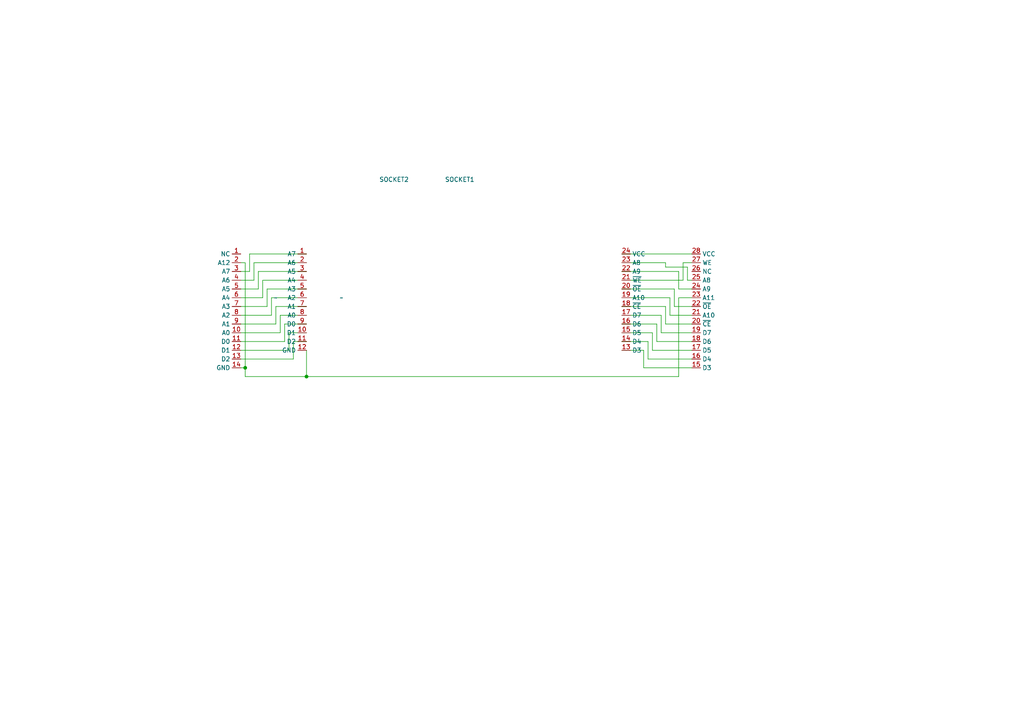
<source format=kicad_sch>
(kicad_sch
	(version 20231120)
	(generator "eeschema")
	(generator_version "8.0")
	(uuid "d13e09fd-2b3f-403c-bbb6-2ee05370011d")
	(paper "A4")
	(lib_symbols
		(symbol "24pin_IC_socket_0.6mm_1"
			(exclude_from_sim no)
			(in_bom yes)
			(on_board yes)
			(property "Reference" "SOCKET2"
				(at 34.29 34.29 0)
				(effects
					(font
						(size 1.27 1.27)
					)
				)
			)
			(property "Value" "~"
				(at 0 0 0)
				(effects
					(font
						(size 1.27 1.27)
					)
				)
			)
			(property "Footprint" "Package_DIP:DIP-28_W15.24mm_Socket"
				(at 34.925 30.48 0)
				(effects
					(font
						(size 1.27 1.27)
					)
					(hide yes)
				)
			)
			(property "Datasheet" ""
				(at 0 0 0)
				(effects
					(font
						(size 1.27 1.27)
					)
					(hide yes)
				)
			)
			(property "Description" ""
				(at 0 0 0)
				(effects
					(font
						(size 1.27 1.27)
					)
					(hide yes)
				)
			)
			(symbol "24pin_IC_socket_0.6mm_1_1_1"
				(pin input line
					(at -10.16 12.7 180)
					(length 2.54)
					(name "NC"
						(effects
							(font
								(size 1.27 1.27)
							)
						)
					)
					(number "1"
						(effects
							(font
								(size 1.27 1.27)
							)
						)
					)
				)
				(pin input line
					(at -10.16 -10.16 180)
					(length 2.54)
					(name "A0"
						(effects
							(font
								(size 1.27 1.27)
							)
						)
					)
					(number "10"
						(effects
							(font
								(size 1.27 1.27)
							)
						)
					)
				)
				(pin input line
					(at -10.16 -12.7 180)
					(length 2.54)
					(name "D0"
						(effects
							(font
								(size 1.27 1.27)
							)
						)
					)
					(number "11"
						(effects
							(font
								(size 1.27 1.27)
							)
						)
					)
				)
				(pin input line
					(at -10.16 -15.24 180)
					(length 2.54)
					(name "D1"
						(effects
							(font
								(size 1.27 1.27)
							)
						)
					)
					(number "12"
						(effects
							(font
								(size 1.27 1.27)
							)
						)
					)
				)
				(pin input line
					(at -10.16 -17.78 180)
					(length 2.54)
					(name "D2"
						(effects
							(font
								(size 1.27 1.27)
							)
						)
					)
					(number "13"
						(effects
							(font
								(size 1.27 1.27)
							)
						)
					)
				)
				(pin input line
					(at -10.16 -20.32 180)
					(length 2.54)
					(name "GND"
						(effects
							(font
								(size 1.27 1.27)
							)
						)
					)
					(number "14"
						(effects
							(font
								(size 1.27 1.27)
							)
						)
					)
				)
				(pin input line
					(at 120.65 -20.32 0)
					(length 2.54)
					(name "D3"
						(effects
							(font
								(size 1.27 1.27)
							)
						)
					)
					(number "15"
						(effects
							(font
								(size 1.27 1.27)
							)
						)
					)
				)
				(pin input line
					(at 120.65 -17.78 0)
					(length 2.54)
					(name "D4"
						(effects
							(font
								(size 1.27 1.27)
							)
						)
					)
					(number "16"
						(effects
							(font
								(size 1.27 1.27)
							)
						)
					)
				)
				(pin input line
					(at 120.65 -15.24 0)
					(length 2.54)
					(name "D5"
						(effects
							(font
								(size 1.27 1.27)
							)
						)
					)
					(number "17"
						(effects
							(font
								(size 1.27 1.27)
							)
						)
					)
				)
				(pin input line
					(at 120.65 -12.7 0)
					(length 2.54)
					(name "D6"
						(effects
							(font
								(size 1.27 1.27)
							)
						)
					)
					(number "18"
						(effects
							(font
								(size 1.27 1.27)
							)
						)
					)
				)
				(pin input line
					(at 120.65 -10.16 0)
					(length 2.54)
					(name "D7"
						(effects
							(font
								(size 1.27 1.27)
							)
						)
					)
					(number "19"
						(effects
							(font
								(size 1.27 1.27)
							)
						)
					)
				)
				(pin input line
					(at -10.16 10.16 180)
					(length 2.54)
					(name "A12"
						(effects
							(font
								(size 1.27 1.27)
							)
						)
					)
					(number "2"
						(effects
							(font
								(size 1.27 1.27)
							)
						)
					)
				)
				(pin input line
					(at 120.65 -7.62 0)
					(length 2.54)
					(name "~{CE}"
						(effects
							(font
								(size 1.27 1.27)
							)
						)
					)
					(number "20"
						(effects
							(font
								(size 1.27 1.27)
							)
						)
					)
				)
				(pin input line
					(at 120.65 -5.08 0)
					(length 2.54)
					(name "A10"
						(effects
							(font
								(size 1.27 1.27)
							)
						)
					)
					(number "21"
						(effects
							(font
								(size 1.27 1.27)
							)
						)
					)
				)
				(pin input line
					(at 120.65 -2.54 0)
					(length 2.54)
					(name "~{OE}"
						(effects
							(font
								(size 1.27 1.27)
							)
						)
					)
					(number "22"
						(effects
							(font
								(size 1.27 1.27)
							)
						)
					)
				)
				(pin input line
					(at 120.65 0 0)
					(length 2.54)
					(name "A11"
						(effects
							(font
								(size 1.27 1.27)
							)
						)
					)
					(number "23"
						(effects
							(font
								(size 1.27 1.27)
							)
						)
					)
				)
				(pin input line
					(at 120.65 2.54 0)
					(length 2.54)
					(name "A9"
						(effects
							(font
								(size 1.27 1.27)
							)
						)
					)
					(number "24"
						(effects
							(font
								(size 1.27 1.27)
							)
						)
					)
				)
				(pin input line
					(at 120.65 5.08 0)
					(length 2.54)
					(name "A8"
						(effects
							(font
								(size 1.27 1.27)
							)
						)
					)
					(number "25"
						(effects
							(font
								(size 1.27 1.27)
							)
						)
					)
				)
				(pin input line
					(at 120.65 7.62 0)
					(length 2.54)
					(name "NC"
						(effects
							(font
								(size 1.27 1.27)
							)
						)
					)
					(number "26"
						(effects
							(font
								(size 1.27 1.27)
							)
						)
					)
				)
				(pin input line
					(at 120.65 10.16 0)
					(length 2.54)
					(name "WE"
						(effects
							(font
								(size 1.27 1.27)
							)
						)
					)
					(number "27"
						(effects
							(font
								(size 1.27 1.27)
							)
						)
					)
				)
				(pin input line
					(at 120.65 12.7 0)
					(length 2.54)
					(name "VCC"
						(effects
							(font
								(size 1.27 1.27)
							)
						)
					)
					(number "28"
						(effects
							(font
								(size 1.27 1.27)
							)
						)
					)
				)
				(pin input line
					(at -10.16 7.62 180)
					(length 2.54)
					(name "A7"
						(effects
							(font
								(size 1.27 1.27)
							)
						)
					)
					(number "3"
						(effects
							(font
								(size 1.27 1.27)
							)
						)
					)
				)
				(pin input line
					(at -10.16 5.08 180)
					(length 2.54)
					(name "A6"
						(effects
							(font
								(size 1.27 1.27)
							)
						)
					)
					(number "4"
						(effects
							(font
								(size 1.27 1.27)
							)
						)
					)
				)
				(pin input line
					(at -10.16 2.54 180)
					(length 2.54)
					(name "A5"
						(effects
							(font
								(size 1.27 1.27)
							)
						)
					)
					(number "5"
						(effects
							(font
								(size 1.27 1.27)
							)
						)
					)
				)
				(pin input line
					(at -10.16 0 180)
					(length 2.54)
					(name "A4"
						(effects
							(font
								(size 1.27 1.27)
							)
						)
					)
					(number "6"
						(effects
							(font
								(size 1.27 1.27)
							)
						)
					)
				)
				(pin input line
					(at -10.16 -2.54 180)
					(length 2.54)
					(name "A3"
						(effects
							(font
								(size 1.27 1.27)
							)
						)
					)
					(number "7"
						(effects
							(font
								(size 1.27 1.27)
							)
						)
					)
				)
				(pin input line
					(at -10.16 -5.08 180)
					(length 2.54)
					(name "A2"
						(effects
							(font
								(size 1.27 1.27)
							)
						)
					)
					(number "8"
						(effects
							(font
								(size 1.27 1.27)
							)
						)
					)
				)
				(pin input line
					(at -10.16 -7.62 180)
					(length 2.54)
					(name "A1"
						(effects
							(font
								(size 1.27 1.27)
							)
						)
					)
					(number "9"
						(effects
							(font
								(size 1.27 1.27)
							)
						)
					)
				)
			)
		)
		(symbol "_IanJ_24pinICsocket0.6mm:24pin_IC_socket_0.6mm"
			(exclude_from_sim no)
			(in_bom yes)
			(on_board yes)
			(property "Reference" "SOCKET1"
				(at 34.29 34.29 0)
				(effects
					(font
						(size 1.27 1.27)
					)
				)
			)
			(property "Value" "~"
				(at 0 0 0)
				(effects
					(font
						(size 1.27 1.27)
					)
				)
			)
			(property "Footprint" "Package_DIP:DIP-24_W15.24mm_Socket"
				(at 34.925 30.48 0)
				(effects
					(font
						(size 1.27 1.27)
					)
					(hide yes)
				)
			)
			(property "Datasheet" ""
				(at 0 0 0)
				(effects
					(font
						(size 1.27 1.27)
					)
					(hide yes)
				)
			)
			(property "Description" ""
				(at 0 0 0)
				(effects
					(font
						(size 1.27 1.27)
					)
					(hide yes)
				)
			)
			(symbol "24pin_IC_socket_0.6mm_1_1"
				(pin input line
					(at -10.16 12.7 180)
					(length 2.54)
					(name "A7"
						(effects
							(font
								(size 1.27 1.27)
							)
						)
					)
					(number "1"
						(effects
							(font
								(size 1.27 1.27)
							)
						)
					)
				)
				(pin input line
					(at -10.16 -10.16 180)
					(length 2.54)
					(name "D1"
						(effects
							(font
								(size 1.27 1.27)
							)
						)
					)
					(number "10"
						(effects
							(font
								(size 1.27 1.27)
							)
						)
					)
				)
				(pin input line
					(at -10.16 -12.7 180)
					(length 2.54)
					(name "D2"
						(effects
							(font
								(size 1.27 1.27)
							)
						)
					)
					(number "11"
						(effects
							(font
								(size 1.27 1.27)
							)
						)
					)
				)
				(pin input line
					(at -10.16 -15.24 180)
					(length 2.54)
					(name "GND"
						(effects
							(font
								(size 1.27 1.27)
							)
						)
					)
					(number "12"
						(effects
							(font
								(size 1.27 1.27)
							)
						)
					)
				)
				(pin input line
					(at 81.28 -15.24 0)
					(length 2.54)
					(name "D3"
						(effects
							(font
								(size 1.27 1.27)
							)
						)
					)
					(number "13"
						(effects
							(font
								(size 1.27 1.27)
							)
						)
					)
				)
				(pin input line
					(at 81.28 -12.7 0)
					(length 2.54)
					(name "D4"
						(effects
							(font
								(size 1.27 1.27)
							)
						)
					)
					(number "14"
						(effects
							(font
								(size 1.27 1.27)
							)
						)
					)
				)
				(pin input line
					(at 81.28 -10.16 0)
					(length 2.54)
					(name "D5"
						(effects
							(font
								(size 1.27 1.27)
							)
						)
					)
					(number "15"
						(effects
							(font
								(size 1.27 1.27)
							)
						)
					)
				)
				(pin input line
					(at 81.28 -7.62 0)
					(length 2.54)
					(name "D6"
						(effects
							(font
								(size 1.27 1.27)
							)
						)
					)
					(number "16"
						(effects
							(font
								(size 1.27 1.27)
							)
						)
					)
				)
				(pin input line
					(at 81.28 -5.08 0)
					(length 2.54)
					(name "D7"
						(effects
							(font
								(size 1.27 1.27)
							)
						)
					)
					(number "17"
						(effects
							(font
								(size 1.27 1.27)
							)
						)
					)
				)
				(pin input line
					(at 81.28 -2.54 0)
					(length 2.54)
					(name "~{CE}"
						(effects
							(font
								(size 1.27 1.27)
							)
						)
					)
					(number "18"
						(effects
							(font
								(size 1.27 1.27)
							)
						)
					)
				)
				(pin input line
					(at 81.28 0 0)
					(length 2.54)
					(name "A10"
						(effects
							(font
								(size 1.27 1.27)
							)
						)
					)
					(number "19"
						(effects
							(font
								(size 1.27 1.27)
							)
						)
					)
				)
				(pin input line
					(at -10.16 10.16 180)
					(length 2.54)
					(name "A6"
						(effects
							(font
								(size 1.27 1.27)
							)
						)
					)
					(number "2"
						(effects
							(font
								(size 1.27 1.27)
							)
						)
					)
				)
				(pin input line
					(at 81.28 2.54 0)
					(length 2.54)
					(name "~{OE}"
						(effects
							(font
								(size 1.27 1.27)
							)
						)
					)
					(number "20"
						(effects
							(font
								(size 1.27 1.27)
							)
						)
					)
				)
				(pin input line
					(at 81.28 5.08 0)
					(length 2.54)
					(name "~{WE}"
						(effects
							(font
								(size 1.27 1.27)
							)
						)
					)
					(number "21"
						(effects
							(font
								(size 1.27 1.27)
							)
						)
					)
				)
				(pin input line
					(at 81.28 7.62 0)
					(length 2.54)
					(name "A9"
						(effects
							(font
								(size 1.27 1.27)
							)
						)
					)
					(number "22"
						(effects
							(font
								(size 1.27 1.27)
							)
						)
					)
				)
				(pin input line
					(at 81.28 10.16 0)
					(length 2.54)
					(name "A8"
						(effects
							(font
								(size 1.27 1.27)
							)
						)
					)
					(number "23"
						(effects
							(font
								(size 1.27 1.27)
							)
						)
					)
				)
				(pin input line
					(at 81.28 12.7 0)
					(length 2.54)
					(name "VCC"
						(effects
							(font
								(size 1.27 1.27)
							)
						)
					)
					(number "24"
						(effects
							(font
								(size 1.27 1.27)
							)
						)
					)
				)
				(pin input line
					(at -10.16 7.62 180)
					(length 2.54)
					(name "A5"
						(effects
							(font
								(size 1.27 1.27)
							)
						)
					)
					(number "3"
						(effects
							(font
								(size 1.27 1.27)
							)
						)
					)
				)
				(pin input line
					(at -10.16 5.08 180)
					(length 2.54)
					(name "A4"
						(effects
							(font
								(size 1.27 1.27)
							)
						)
					)
					(number "4"
						(effects
							(font
								(size 1.27 1.27)
							)
						)
					)
				)
				(pin input line
					(at -10.16 2.54 180)
					(length 2.54)
					(name "A3"
						(effects
							(font
								(size 1.27 1.27)
							)
						)
					)
					(number "5"
						(effects
							(font
								(size 1.27 1.27)
							)
						)
					)
				)
				(pin input line
					(at -10.16 0 180)
					(length 2.54)
					(name "A2"
						(effects
							(font
								(size 1.27 1.27)
							)
						)
					)
					(number "6"
						(effects
							(font
								(size 1.27 1.27)
							)
						)
					)
				)
				(pin input line
					(at -10.16 -2.54 180)
					(length 2.54)
					(name "A1"
						(effects
							(font
								(size 1.27 1.27)
							)
						)
					)
					(number "7"
						(effects
							(font
								(size 1.27 1.27)
							)
						)
					)
				)
				(pin input line
					(at -10.16 -5.08 180)
					(length 2.54)
					(name "A0"
						(effects
							(font
								(size 1.27 1.27)
							)
						)
					)
					(number "8"
						(effects
							(font
								(size 1.27 1.27)
							)
						)
					)
				)
				(pin input line
					(at -10.16 -7.62 180)
					(length 2.54)
					(name "D0"
						(effects
							(font
								(size 1.27 1.27)
							)
						)
					)
					(number "9"
						(effects
							(font
								(size 1.27 1.27)
							)
						)
					)
				)
			)
		)
	)
	(junction
		(at 71.12 106.68)
		(diameter 0)
		(color 0 0 0 0)
		(uuid "4d11db51-ea84-4d7d-a5de-5f78bba15190")
	)
	(junction
		(at 88.9 109.22)
		(diameter 0)
		(color 0 0 0 0)
		(uuid "ded66575-7fd7-4633-a656-28f637f0274c")
	)
	(wire
		(pts
			(xy 180.34 86.36) (xy 194.31 86.36)
		)
		(stroke
			(width 0)
			(type default)
		)
		(uuid "0121bd01-0cd5-476f-9ef1-3f16565d25ba")
	)
	(wire
		(pts
			(xy 82.55 93.98) (xy 88.9 93.98)
		)
		(stroke
			(width 0)
			(type default)
		)
		(uuid "03de00cc-a658-4827-8c42-0111d689ca51")
	)
	(wire
		(pts
			(xy 69.85 106.68) (xy 71.12 106.68)
		)
		(stroke
			(width 0)
			(type default)
		)
		(uuid "052d17e8-2af4-49ca-8365-5ee574152f43")
	)
	(wire
		(pts
			(xy 180.34 78.74) (xy 196.85 78.74)
		)
		(stroke
			(width 0)
			(type default)
		)
		(uuid "05da98ef-196a-4ee8-a037-48d235d67bb8")
	)
	(wire
		(pts
			(xy 189.23 101.6) (xy 200.66 101.6)
		)
		(stroke
			(width 0)
			(type default)
		)
		(uuid "09296a15-8780-48c0-8cbf-badca064247c")
	)
	(wire
		(pts
			(xy 180.34 91.44) (xy 191.77 91.44)
		)
		(stroke
			(width 0)
			(type default)
		)
		(uuid "0d9cbfca-cb1c-43e6-be65-c831b11c2cfa")
	)
	(wire
		(pts
			(xy 83.82 101.6) (xy 83.82 96.52)
		)
		(stroke
			(width 0)
			(type default)
		)
		(uuid "12692d7d-c29f-4982-8b2c-b558ccc84907")
	)
	(wire
		(pts
			(xy 199.39 77.47) (xy 199.39 81.28)
		)
		(stroke
			(width 0)
			(type default)
		)
		(uuid "14706883-71ab-4e27-8f74-b5cee236ac22")
	)
	(wire
		(pts
			(xy 69.85 88.9) (xy 77.47 88.9)
		)
		(stroke
			(width 0)
			(type default)
		)
		(uuid "175f0305-b535-4f99-a4c6-966d0d0b4854")
	)
	(wire
		(pts
			(xy 180.34 73.66) (xy 200.66 73.66)
		)
		(stroke
			(width 0)
			(type default)
		)
		(uuid "18b2ef34-e2f7-4906-96e3-a805dd4bb018")
	)
	(wire
		(pts
			(xy 191.77 91.44) (xy 191.77 96.52)
		)
		(stroke
			(width 0)
			(type default)
		)
		(uuid "1f1c7a53-29d7-482d-a347-29f5f768f744")
	)
	(wire
		(pts
			(xy 193.04 88.9) (xy 193.04 93.98)
		)
		(stroke
			(width 0)
			(type default)
		)
		(uuid "21a36580-e3f9-4908-a401-9a882f9c4091")
	)
	(wire
		(pts
			(xy 85.09 104.14) (xy 85.09 99.06)
		)
		(stroke
			(width 0)
			(type default)
		)
		(uuid "22cf3479-865f-4396-a5dd-dbbb125c804b")
	)
	(wire
		(pts
			(xy 180.34 76.2) (xy 193.04 76.2)
		)
		(stroke
			(width 0)
			(type default)
		)
		(uuid "23da3b12-6971-4d66-a7f1-2c7598fceb79")
	)
	(wire
		(pts
			(xy 180.34 96.52) (xy 189.23 96.52)
		)
		(stroke
			(width 0)
			(type default)
		)
		(uuid "25d53b87-f7f7-4ed7-8663-a210667e56b3")
	)
	(wire
		(pts
			(xy 73.66 81.28) (xy 73.66 76.2)
		)
		(stroke
			(width 0)
			(type default)
		)
		(uuid "2cf9005a-d870-4551-834d-e3b0ad265ece")
	)
	(wire
		(pts
			(xy 74.93 78.74) (xy 88.9 78.74)
		)
		(stroke
			(width 0)
			(type default)
		)
		(uuid "2d0132b5-c0c5-4fd1-a764-3b061fd89cb1")
	)
	(wire
		(pts
			(xy 69.85 86.36) (xy 76.2 86.36)
		)
		(stroke
			(width 0)
			(type default)
		)
		(uuid "2d401821-33f5-48e7-a35f-570bcfd857cb")
	)
	(wire
		(pts
			(xy 71.12 109.22) (xy 88.9 109.22)
		)
		(stroke
			(width 0)
			(type default)
		)
		(uuid "324decf9-ca44-4f47-89e4-8fe72f21be24")
	)
	(wire
		(pts
			(xy 196.85 86.36) (xy 196.85 109.22)
		)
		(stroke
			(width 0)
			(type default)
		)
		(uuid "339dd85c-8186-4b37-8867-4f74673b1638")
	)
	(wire
		(pts
			(xy 69.85 93.98) (xy 80.01 93.98)
		)
		(stroke
			(width 0)
			(type default)
		)
		(uuid "3590d2bc-4876-4fbd-b9bd-eeef6b8229a2")
	)
	(wire
		(pts
			(xy 83.82 96.52) (xy 88.9 96.52)
		)
		(stroke
			(width 0)
			(type default)
		)
		(uuid "3617ae2c-9320-468c-99ca-6a76beb2d2a3")
	)
	(wire
		(pts
			(xy 78.74 86.36) (xy 88.9 86.36)
		)
		(stroke
			(width 0)
			(type default)
		)
		(uuid "3f2aacf8-1053-4b31-8bf6-d786faf4d307")
	)
	(wire
		(pts
			(xy 180.34 99.06) (xy 187.96 99.06)
		)
		(stroke
			(width 0)
			(type default)
		)
		(uuid "40272943-4273-475c-8fcd-e46b78f65da1")
	)
	(wire
		(pts
			(xy 73.66 76.2) (xy 88.9 76.2)
		)
		(stroke
			(width 0)
			(type default)
		)
		(uuid "426b4cbd-1cc5-4617-b552-e9bb23a1c6b7")
	)
	(wire
		(pts
			(xy 180.34 81.28) (xy 198.12 81.28)
		)
		(stroke
			(width 0)
			(type default)
		)
		(uuid "435de52b-ae70-49a3-82ef-15dd955772f7")
	)
	(wire
		(pts
			(xy 72.39 78.74) (xy 72.39 73.66)
		)
		(stroke
			(width 0)
			(type default)
		)
		(uuid "45724216-f0d5-43aa-9d7c-41d790f04706")
	)
	(wire
		(pts
			(xy 69.85 78.74) (xy 72.39 78.74)
		)
		(stroke
			(width 0)
			(type default)
		)
		(uuid "46c3ebbf-698e-4db7-9069-3cf1ab740a2f")
	)
	(wire
		(pts
			(xy 77.47 88.9) (xy 77.47 83.82)
		)
		(stroke
			(width 0)
			(type default)
		)
		(uuid "4ada191d-30db-48a6-a6f9-17cd193e127f")
	)
	(wire
		(pts
			(xy 189.23 96.52) (xy 189.23 101.6)
		)
		(stroke
			(width 0)
			(type default)
		)
		(uuid "4e06925e-a9d3-4a0e-bf91-3d7b610fd954")
	)
	(wire
		(pts
			(xy 80.01 88.9) (xy 88.9 88.9)
		)
		(stroke
			(width 0)
			(type default)
		)
		(uuid "508242c9-0a81-4cae-9fce-8ba4f830379c")
	)
	(wire
		(pts
			(xy 180.34 83.82) (xy 195.58 83.82)
		)
		(stroke
			(width 0)
			(type default)
		)
		(uuid "5241e003-7f9a-4448-8a61-e976314ef3e7")
	)
	(wire
		(pts
			(xy 198.12 81.28) (xy 198.12 76.2)
		)
		(stroke
			(width 0)
			(type default)
		)
		(uuid "5ae8c00d-75fa-4a0f-8bab-fb573359617a")
	)
	(wire
		(pts
			(xy 193.04 77.47) (xy 199.39 77.47)
		)
		(stroke
			(width 0)
			(type default)
		)
		(uuid "5aea3e8c-6348-4322-b1b8-a96b1f0a7242")
	)
	(wire
		(pts
			(xy 200.66 86.36) (xy 196.85 86.36)
		)
		(stroke
			(width 0)
			(type default)
		)
		(uuid "5daddb35-d586-4ae2-acff-98b7f57d82ba")
	)
	(wire
		(pts
			(xy 76.2 86.36) (xy 76.2 81.28)
		)
		(stroke
			(width 0)
			(type default)
		)
		(uuid "6398ade4-8002-4df6-a6a4-f4d1869bd308")
	)
	(wire
		(pts
			(xy 85.09 99.06) (xy 88.9 99.06)
		)
		(stroke
			(width 0)
			(type default)
		)
		(uuid "6708bc07-7d37-4982-9aff-dd56a678acfe")
	)
	(wire
		(pts
			(xy 69.85 96.52) (xy 81.28 96.52)
		)
		(stroke
			(width 0)
			(type default)
		)
		(uuid "678d1482-a909-4848-b238-f9be5deeb972")
	)
	(wire
		(pts
			(xy 69.85 83.82) (xy 74.93 83.82)
		)
		(stroke
			(width 0)
			(type default)
		)
		(uuid "6a9ee34c-44fc-4b06-b719-66822e2209a0")
	)
	(wire
		(pts
			(xy 80.01 93.98) (xy 80.01 88.9)
		)
		(stroke
			(width 0)
			(type default)
		)
		(uuid "6c5729f5-9252-40fe-8b3d-7ad586ed1014")
	)
	(wire
		(pts
			(xy 186.69 106.68) (xy 200.66 106.68)
		)
		(stroke
			(width 0)
			(type default)
		)
		(uuid "73c4f212-e5ee-4b16-9a38-07f2c6cb4620")
	)
	(wire
		(pts
			(xy 190.5 93.98) (xy 190.5 99.06)
		)
		(stroke
			(width 0)
			(type default)
		)
		(uuid "7b376562-aae1-483a-9aa1-7cd18e920dcb")
	)
	(wire
		(pts
			(xy 180.34 88.9) (xy 193.04 88.9)
		)
		(stroke
			(width 0)
			(type default)
		)
		(uuid "7e8f630a-65af-4156-b098-bc17d1dd930e")
	)
	(wire
		(pts
			(xy 71.12 76.2) (xy 71.12 106.68)
		)
		(stroke
			(width 0)
			(type default)
		)
		(uuid "7ebabf70-bc74-49b5-93ec-5b92b98bd996")
	)
	(wire
		(pts
			(xy 82.55 99.06) (xy 82.55 93.98)
		)
		(stroke
			(width 0)
			(type default)
		)
		(uuid "8450e41f-84ee-4982-ad94-5ca62a1abf35")
	)
	(wire
		(pts
			(xy 69.85 99.06) (xy 82.55 99.06)
		)
		(stroke
			(width 0)
			(type default)
		)
		(uuid "84f139d9-60bb-493c-87f0-7a7e2816d034")
	)
	(wire
		(pts
			(xy 198.12 76.2) (xy 200.66 76.2)
		)
		(stroke
			(width 0)
			(type default)
		)
		(uuid "8591a83b-9472-4f47-b784-64b2a7da8ad4")
	)
	(wire
		(pts
			(xy 186.69 101.6) (xy 180.34 101.6)
		)
		(stroke
			(width 0)
			(type default)
		)
		(uuid "863a18bd-6968-4dd7-aa7b-b64c92aaf09b")
	)
	(wire
		(pts
			(xy 194.31 91.44) (xy 200.66 91.44)
		)
		(stroke
			(width 0)
			(type default)
		)
		(uuid "86616ca8-d004-4cad-baa9-49f3e9570eb7")
	)
	(wire
		(pts
			(xy 69.85 81.28) (xy 73.66 81.28)
		)
		(stroke
			(width 0)
			(type default)
		)
		(uuid "87330fee-94c3-4343-a306-e3b49c6ccf34")
	)
	(wire
		(pts
			(xy 71.12 109.22) (xy 71.12 106.68)
		)
		(stroke
			(width 0)
			(type default)
		)
		(uuid "8d0530cd-9ac9-41d9-b822-38d1afbc6e1e")
	)
	(wire
		(pts
			(xy 69.85 76.2) (xy 71.12 76.2)
		)
		(stroke
			(width 0)
			(type default)
		)
		(uuid "900f1e2a-f644-4328-b349-256b08edb39c")
	)
	(wire
		(pts
			(xy 196.85 78.74) (xy 196.85 83.82)
		)
		(stroke
			(width 0)
			(type default)
		)
		(uuid "92d66193-8217-437e-9d38-73baa4a934c5")
	)
	(wire
		(pts
			(xy 180.34 93.98) (xy 190.5 93.98)
		)
		(stroke
			(width 0)
			(type default)
		)
		(uuid "9631a7d5-f5f9-4379-b166-b1a5ce3182fc")
	)
	(wire
		(pts
			(xy 194.31 86.36) (xy 194.31 91.44)
		)
		(stroke
			(width 0)
			(type default)
		)
		(uuid "a1abda39-0f62-44da-8237-30ab86add337")
	)
	(wire
		(pts
			(xy 69.85 91.44) (xy 78.74 91.44)
		)
		(stroke
			(width 0)
			(type default)
		)
		(uuid "a33e8be8-9b08-44e9-8856-57a56fdb8fd0")
	)
	(wire
		(pts
			(xy 195.58 88.9) (xy 200.66 88.9)
		)
		(stroke
			(width 0)
			(type default)
		)
		(uuid "a582e6a1-07e7-4862-b9f6-231ce863594e")
	)
	(wire
		(pts
			(xy 187.96 104.14) (xy 200.66 104.14)
		)
		(stroke
			(width 0)
			(type default)
		)
		(uuid "aa792c75-e990-4fe8-b257-24004c4bcd04")
	)
	(wire
		(pts
			(xy 69.85 101.6) (xy 83.82 101.6)
		)
		(stroke
			(width 0)
			(type default)
		)
		(uuid "b0d64510-1dbb-4518-b783-b92857ce2138")
	)
	(wire
		(pts
			(xy 193.04 76.2) (xy 193.04 77.47)
		)
		(stroke
			(width 0)
			(type default)
		)
		(uuid "b148812a-4d8d-4950-b17a-9f21eaea83b2")
	)
	(wire
		(pts
			(xy 186.69 101.6) (xy 186.69 106.68)
		)
		(stroke
			(width 0)
			(type default)
		)
		(uuid "b568227e-c77a-4d42-b523-4d78328486d6")
	)
	(wire
		(pts
			(xy 81.28 91.44) (xy 88.9 91.44)
		)
		(stroke
			(width 0)
			(type default)
		)
		(uuid "b837b038-cfed-40fa-8f6a-8111687e308e")
	)
	(wire
		(pts
			(xy 187.96 99.06) (xy 187.96 104.14)
		)
		(stroke
			(width 0)
			(type default)
		)
		(uuid "bbc84d0c-28ce-4d86-914a-6c1b15a68f96")
	)
	(wire
		(pts
			(xy 81.28 96.52) (xy 81.28 91.44)
		)
		(stroke
			(width 0)
			(type default)
		)
		(uuid "c0ea19c5-2564-423a-bf83-b93c42a66a13")
	)
	(wire
		(pts
			(xy 199.39 81.28) (xy 200.66 81.28)
		)
		(stroke
			(width 0)
			(type default)
		)
		(uuid "c8a6ec76-8b84-406e-9d4c-100870bcf854")
	)
	(wire
		(pts
			(xy 72.39 73.66) (xy 88.9 73.66)
		)
		(stroke
			(width 0)
			(type default)
		)
		(uuid "c96028ae-1d61-4dfc-8210-a78dde2b77ef")
	)
	(wire
		(pts
			(xy 88.9 109.22) (xy 196.85 109.22)
		)
		(stroke
			(width 0)
			(type default)
		)
		(uuid "cfacaa3a-47d2-44fb-9ea2-68ab4f136672")
	)
	(wire
		(pts
			(xy 191.77 96.52) (xy 200.66 96.52)
		)
		(stroke
			(width 0)
			(type default)
		)
		(uuid "d61c83cd-69a6-4a7d-9584-7b9c7baad935")
	)
	(wire
		(pts
			(xy 78.74 91.44) (xy 78.74 86.36)
		)
		(stroke
			(width 0)
			(type default)
		)
		(uuid "d64576f5-8877-409e-b258-a899ddcd8e78")
	)
	(wire
		(pts
			(xy 69.85 104.14) (xy 85.09 104.14)
		)
		(stroke
			(width 0)
			(type default)
		)
		(uuid "d83612d9-95fc-459f-bb0c-93f33512fa7a")
	)
	(wire
		(pts
			(xy 196.85 83.82) (xy 200.66 83.82)
		)
		(stroke
			(width 0)
			(type default)
		)
		(uuid "dc620d74-8882-4d58-91ca-4ed3d309acb2")
	)
	(wire
		(pts
			(xy 193.04 93.98) (xy 200.66 93.98)
		)
		(stroke
			(width 0)
			(type default)
		)
		(uuid "dcdfee90-7e96-4368-8314-af330909efa1")
	)
	(wire
		(pts
			(xy 77.47 83.82) (xy 88.9 83.82)
		)
		(stroke
			(width 0)
			(type default)
		)
		(uuid "e123c540-19ad-4724-a11f-0c6a7c4d95b7")
	)
	(wire
		(pts
			(xy 190.5 99.06) (xy 200.66 99.06)
		)
		(stroke
			(width 0)
			(type default)
		)
		(uuid "e53e479a-71cc-42aa-8f6f-d8d52f57d427")
	)
	(wire
		(pts
			(xy 76.2 81.28) (xy 88.9 81.28)
		)
		(stroke
			(width 0)
			(type default)
		)
		(uuid "ebd280aa-e900-48c0-a252-341d00b1902a")
	)
	(wire
		(pts
			(xy 195.58 83.82) (xy 195.58 88.9)
		)
		(stroke
			(width 0)
			(type default)
		)
		(uuid "f1b2de4b-db54-4348-9b7c-fbdf927b7201")
	)
	(wire
		(pts
			(xy 74.93 83.82) (xy 74.93 78.74)
		)
		(stroke
			(width 0)
			(type default)
		)
		(uuid "f73fce11-c569-437b-8bbe-0c468a4755f2")
	)
	(wire
		(pts
			(xy 88.9 101.6) (xy 88.9 109.22)
		)
		(stroke
			(width 0)
			(type default)
		)
		(uuid "ff562eab-971c-47cc-8c11-27fcb9ce00dd")
	)
	(symbol
		(lib_id "_IanJ_24pinICsocket0.6mm:24pin_IC_socket_0.6mm")
		(at 99.06 86.36 0)
		(unit 1)
		(exclude_from_sim no)
		(in_bom yes)
		(on_board yes)
		(dnp no)
		(uuid "46b57f7d-a781-40ac-ad0b-db181357fe35")
		(property "Reference" "SOCKET1"
			(at 133.35 52.07 0)
			(effects
				(font
					(size 1.27 1.27)
				)
			)
		)
		(property "Value" "~"
			(at 99.06 86.36 0)
			(effects
				(font
					(size 1.27 1.27)
				)
			)
		)
		(property "Footprint" "Package_DIP:DIP-24_W15.24mm_Socket"
			(at 133.985 55.88 0)
			(effects
				(font
					(size 1.27 1.27)
				)
				(hide yes)
			)
		)
		(property "Datasheet" ""
			(at 99.06 86.36 0)
			(effects
				(font
					(size 1.27 1.27)
				)
				(hide yes)
			)
		)
		(property "Description" ""
			(at 99.06 86.36 0)
			(effects
				(font
					(size 1.27 1.27)
				)
				(hide yes)
			)
		)
		(pin "1"
			(uuid "db7b8787-1c28-4c71-8b79-06183f79e920")
		)
		(pin "10"
			(uuid "1eead891-4449-4725-8513-a540c48ec35e")
		)
		(pin "11"
			(uuid "faeb16c8-d919-425d-b767-7563045fe663")
		)
		(pin "12"
			(uuid "10b217cf-fe45-480b-8382-95422ad35368")
		)
		(pin "13"
			(uuid "35305278-b8fc-448a-b7c0-290f7e387503")
		)
		(pin "14"
			(uuid "b2602bf0-41ee-4298-a44a-4ec553338427")
		)
		(pin "15"
			(uuid "1014ea82-0b51-46d3-906e-bce31eb2f8be")
		)
		(pin "16"
			(uuid "57239e21-bf31-4c59-aeba-7b016b5f8593")
		)
		(pin "17"
			(uuid "58bbfe8f-135e-44bf-9f11-4e349618200b")
		)
		(pin "18"
			(uuid "4ed13b38-f60f-45e4-ac1d-5dea4deb1160")
		)
		(pin "19"
			(uuid "c679658a-882a-470b-b37f-bd7f8a8ca34c")
		)
		(pin "2"
			(uuid "4704edfa-e2ad-47b6-8bb0-cbd82bf30592")
		)
		(pin "20"
			(uuid "ac5f04cc-4f51-44a3-a198-14453bdab570")
		)
		(pin "21"
			(uuid "6154a0d2-ae1c-4fab-9edc-bfc17892a34b")
		)
		(pin "22"
			(uuid "360de938-a3eb-43c5-bc7b-75e20f7759ba")
		)
		(pin "23"
			(uuid "291210eb-0074-4e79-acb3-a9662e90f9ba")
		)
		(pin "24"
			(uuid "4bebff27-4a82-42c3-8a18-b794b714218b")
		)
		(pin "3"
			(uuid "269719e9-e780-4c58-bc31-951d684546be")
		)
		(pin "4"
			(uuid "c31adbf9-1e88-4dff-a794-e2108dd79e42")
		)
		(pin "5"
			(uuid "ca4e1941-be5f-423f-acf4-528a913f3c25")
		)
		(pin "6"
			(uuid "c28a1b72-1e6c-42e1-b61e-653bc4062e7f")
		)
		(pin "7"
			(uuid "e3e48067-0a89-45d7-a5d3-e476970d810c")
		)
		(pin "8"
			(uuid "44356b46-2f3d-4f27-bea2-071c947c04a2")
		)
		(pin "9"
			(uuid "ed134c94-c50e-45db-9ff5-8df030f7821b")
		)
		(instances
			(project "FM16W08-3458A-Adaptor-to-AdaptorV1.0"
				(path "/d13e09fd-2b3f-403c-bbb6-2ee05370011d"
					(reference "SOCKET1")
					(unit 1)
				)
			)
		)
	)
	(symbol
		(lib_name "24pin_IC_socket_0.6mm_1")
		(lib_id "_IanJ_24pinICsocket0.6mm:24pin_IC_socket_0.6mm")
		(at 80.01 86.36 0)
		(unit 1)
		(exclude_from_sim no)
		(in_bom yes)
		(on_board yes)
		(dnp no)
		(uuid "b08bac05-44ca-43dc-8a68-b85843da05ba")
		(property "Reference" "SOCKET2"
			(at 114.3 52.07 0)
			(effects
				(font
					(size 1.27 1.27)
				)
			)
		)
		(property "Value" "~"
			(at 80.01 86.36 0)
			(effects
				(font
					(size 1.27 1.27)
				)
			)
		)
		(property "Footprint" "Package_DIP:DIP-28_W15.24mm_Socket"
			(at 114.935 55.88 0)
			(effects
				(font
					(size 1.27 1.27)
				)
				(hide yes)
			)
		)
		(property "Datasheet" ""
			(at 80.01 86.36 0)
			(effects
				(font
					(size 1.27 1.27)
				)
				(hide yes)
			)
		)
		(property "Description" ""
			(at 80.01 86.36 0)
			(effects
				(font
					(size 1.27 1.27)
				)
				(hide yes)
			)
		)
		(pin "1"
			(uuid "48471a8c-7d01-47ba-ab14-3fb535a4aa4d")
		)
		(pin "10"
			(uuid "08351a13-a8f8-476b-bf8e-c41428d5e5f5")
		)
		(pin "11"
			(uuid "534388c8-4677-48d2-bb64-701209fe499f")
		)
		(pin "12"
			(uuid "cbfde446-c909-4adb-b3d5-95207f4bf6f7")
		)
		(pin "13"
			(uuid "ab6c7eae-f9dd-464a-a3e1-f29f95bd5d2e")
		)
		(pin "14"
			(uuid "2c92a206-b979-4470-9ac7-8a9debb871b9")
		)
		(pin "15"
			(uuid "381984b2-374d-4d41-b859-934fb868ec39")
		)
		(pin "16"
			(uuid "ec770e1d-9fe4-4502-be49-6841ea4d6150")
		)
		(pin "17"
			(uuid "acdaaab6-ca70-4d28-8def-3b8f4bda2910")
		)
		(pin "18"
			(uuid "f2e22895-0f00-4110-ae7f-2ee269bc12dc")
		)
		(pin "19"
			(uuid "859003d1-8afa-4471-9f3a-5eb70b905f69")
		)
		(pin "2"
			(uuid "567fdad4-ed8f-4fc8-b218-ac9a32d8d9c4")
		)
		(pin "20"
			(uuid "2d94d63e-ddad-47a1-809e-caab242275ef")
		)
		(pin "21"
			(uuid "81878bb1-36e7-4942-aad4-7e2f13ed5e79")
		)
		(pin "22"
			(uuid "9551fa6c-422d-47e8-b766-04bf13e4e9a1")
		)
		(pin "23"
			(uuid "d6cf0b78-6e41-48e9-acd5-785b1f416e2f")
		)
		(pin "24"
			(uuid "95adb1a3-00ab-4b6e-850f-48d4d1d9bf8f")
		)
		(pin "25"
			(uuid "cd7d3fbf-222d-4c47-a503-f39b9d2443a4")
		)
		(pin "26"
			(uuid "c74b2135-4cba-43d2-9445-8c87807ffe8f")
		)
		(pin "27"
			(uuid "c6e19871-f3f0-4887-945a-6af4a6b4e5f7")
		)
		(pin "28"
			(uuid "f0575e45-3580-486d-9af4-416c72e71012")
		)
		(pin "3"
			(uuid "57ac3a27-a953-47d1-9afe-c5ca184e7ca6")
		)
		(pin "4"
			(uuid "dd0aaa73-2931-463f-b873-96d6163e8473")
		)
		(pin "5"
			(uuid "a4f04284-54f1-4271-9938-8a7ee82a6aed")
		)
		(pin "6"
			(uuid "afddf21c-3b21-4723-9455-3a1c220ee3a9")
		)
		(pin "7"
			(uuid "f013401d-2dc2-429d-9f7d-bc92eed97eb7")
		)
		(pin "8"
			(uuid "5f5394a3-ceb1-4d8d-bf78-31117fd4c789")
		)
		(pin "9"
			(uuid "ffb5af0b-d09b-44a0-96fa-3428cc589957")
		)
		(instances
			(project "FM16W08-3458A-Adaptor-to-AdaptorV1.0"
				(path "/d13e09fd-2b3f-403c-bbb6-2ee05370011d"
					(reference "SOCKET2")
					(unit 1)
				)
			)
		)
	)
	(sheet_instances
		(path "/"
			(page "1")
		)
	)
)

</source>
